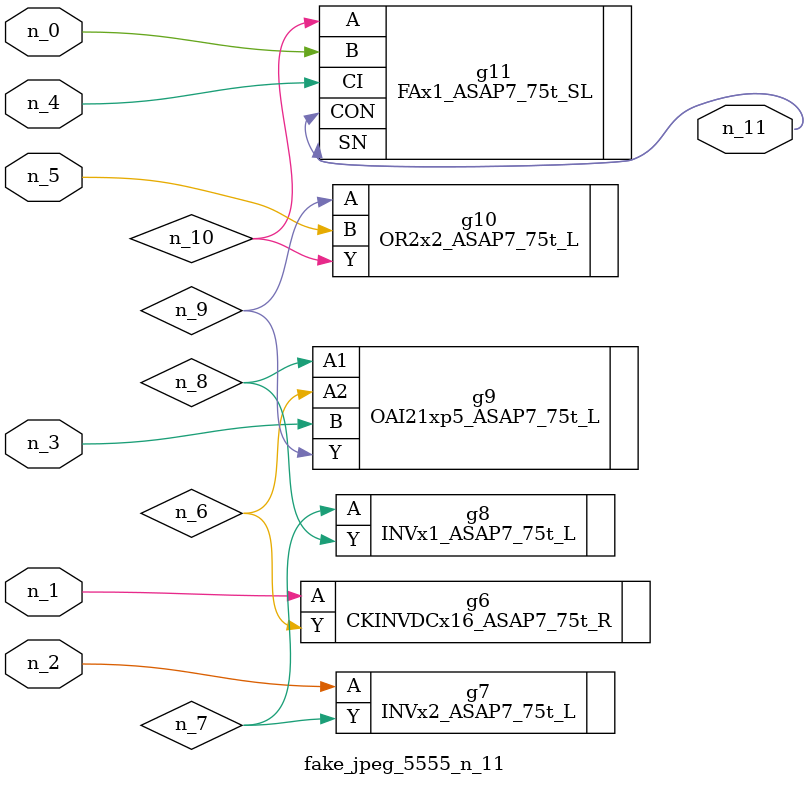
<source format=v>
module fake_jpeg_5555_n_11 (n_3, n_2, n_1, n_0, n_4, n_5, n_11);

input n_3;
input n_2;
input n_1;
input n_0;
input n_4;
input n_5;

output n_11;

wire n_10;
wire n_8;
wire n_9;
wire n_6;
wire n_7;

CKINVDCx16_ASAP7_75t_R g6 ( 
.A(n_1),
.Y(n_6)
);

INVx2_ASAP7_75t_L g7 ( 
.A(n_2),
.Y(n_7)
);

INVx1_ASAP7_75t_L g8 ( 
.A(n_7),
.Y(n_8)
);

OAI21xp5_ASAP7_75t_L g9 ( 
.A1(n_8),
.A2(n_6),
.B(n_3),
.Y(n_9)
);

OR2x2_ASAP7_75t_L g10 ( 
.A(n_9),
.B(n_5),
.Y(n_10)
);

FAx1_ASAP7_75t_SL g11 ( 
.A(n_10),
.B(n_0),
.CI(n_4),
.CON(n_11),
.SN(n_11)
);


endmodule
</source>
